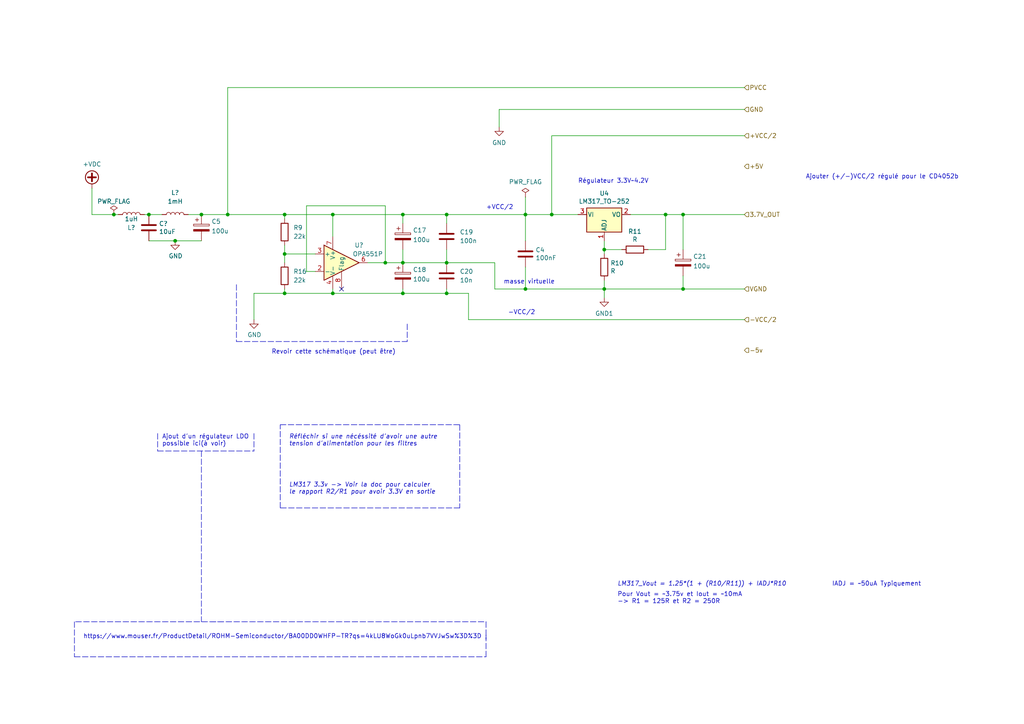
<source format=kicad_sch>
(kicad_sch (version 20211123) (generator eeschema)

  (uuid c8a7af6e-c432-4fa3-91ee-c8bf0c5a9ebe)

  (paper "A4")

  (title_block
    (title "Embedded Speaker")
    (date "2022-01-24")
    (rev "1.0")
    (company "Université Paul Sabatier")
  )

  (lib_symbols
    (symbol "Amplifier_Operational:OPA551P" (pin_names (offset 0.127)) (in_bom yes) (on_board yes)
      (property "Reference" "U" (id 0) (at 5.08 7.62 0)
        (effects (font (size 1.27 1.27)) (justify left))
      )
      (property "Value" "OPA551P" (id 1) (at 5.08 5.08 0)
        (effects (font (size 1.27 1.27)) (justify left))
      )
      (property "Footprint" "Package_DIP:DIP-8_W7.62mm" (id 2) (at 5.08 -5.08 0)
        (effects (font (size 1.27 1.27)) (justify left) hide)
      )
      (property "Datasheet" "http://www.ti.com/lit/ds/symlink/opa551.pdf" (id 3) (at 31.75 -2.54 0)
        (effects (font (size 1.27 1.27)) hide)
      )
      (property "ki_keywords" "single opamp" (id 4) (at 0 0 0)
        (effects (font (size 1.27 1.27)) hide)
      )
      (property "ki_description" "High-Voltage High-Current Operational Amplifier, bandwidth 3MHz, slew-rate 15V/us, DIP-8" (id 5) (at 0 0 0)
        (effects (font (size 1.27 1.27)) hide)
      )
      (property "ki_fp_filters" "DIP*W7.62mm*" (id 6) (at 0 0 0)
        (effects (font (size 1.27 1.27)) hide)
      )
      (symbol "OPA551P_1_1"
        (polyline
          (pts
            (xy -5.08 5.08)
            (xy 5.08 0)
            (xy -5.08 -5.08)
            (xy -5.08 5.08)
          )
          (stroke (width 0.254) (type default) (color 0 0 0 0))
          (fill (type background))
        )
        (pin no_connect line (at 0 2.54 270) (length 3.81) hide
          (name "NC" (effects (font (size 0.508 0.508))))
          (number "1" (effects (font (size 1.27 1.27))))
        )
        (pin input line (at -7.62 -2.54 0) (length 2.54)
          (name "-" (effects (font (size 1.27 1.27))))
          (number "2" (effects (font (size 1.27 1.27))))
        )
        (pin input line (at -7.62 2.54 0) (length 2.54)
          (name "+" (effects (font (size 1.27 1.27))))
          (number "3" (effects (font (size 1.27 1.27))))
        )
        (pin power_in line (at -2.54 -7.62 90) (length 3.81)
          (name "V-" (effects (font (size 1.27 1.27))))
          (number "4" (effects (font (size 1.27 1.27))))
        )
        (pin no_connect line (at 0 -2.54 90) (length 3.81) hide
          (name "NC" (effects (font (size 0.508 0.508))))
          (number "5" (effects (font (size 1.27 1.27))))
        )
        (pin output line (at 7.62 0 180) (length 2.54)
          (name "~" (effects (font (size 1.27 1.27))))
          (number "6" (effects (font (size 1.27 1.27))))
        )
        (pin power_in line (at -2.54 7.62 270) (length 3.81)
          (name "V+" (effects (font (size 1.27 1.27))))
          (number "7" (effects (font (size 1.27 1.27))))
        )
        (pin output line (at 0 -7.62 90) (length 5.08)
          (name "Flag" (effects (font (size 1.27 1.27))))
          (number "8" (effects (font (size 1.27 1.27))))
        )
      )
    )
    (symbol "Device:C" (pin_numbers hide) (pin_names (offset 0.254)) (in_bom yes) (on_board yes)
      (property "Reference" "C" (id 0) (at 0.635 2.54 0)
        (effects (font (size 1.27 1.27)) (justify left))
      )
      (property "Value" "C" (id 1) (at 0.635 -2.54 0)
        (effects (font (size 1.27 1.27)) (justify left))
      )
      (property "Footprint" "" (id 2) (at 0.9652 -3.81 0)
        (effects (font (size 1.27 1.27)) hide)
      )
      (property "Datasheet" "~" (id 3) (at 0 0 0)
        (effects (font (size 1.27 1.27)) hide)
      )
      (property "ki_keywords" "cap capacitor" (id 4) (at 0 0 0)
        (effects (font (size 1.27 1.27)) hide)
      )
      (property "ki_description" "Unpolarized capacitor" (id 5) (at 0 0 0)
        (effects (font (size 1.27 1.27)) hide)
      )
      (property "ki_fp_filters" "C_*" (id 6) (at 0 0 0)
        (effects (font (size 1.27 1.27)) hide)
      )
      (symbol "C_0_1"
        (polyline
          (pts
            (xy -2.032 -0.762)
            (xy 2.032 -0.762)
          )
          (stroke (width 0.508) (type default) (color 0 0 0 0))
          (fill (type none))
        )
        (polyline
          (pts
            (xy -2.032 0.762)
            (xy 2.032 0.762)
          )
          (stroke (width 0.508) (type default) (color 0 0 0 0))
          (fill (type none))
        )
      )
      (symbol "C_1_1"
        (pin passive line (at 0 3.81 270) (length 2.794)
          (name "~" (effects (font (size 1.27 1.27))))
          (number "1" (effects (font (size 1.27 1.27))))
        )
        (pin passive line (at 0 -3.81 90) (length 2.794)
          (name "~" (effects (font (size 1.27 1.27))))
          (number "2" (effects (font (size 1.27 1.27))))
        )
      )
    )
    (symbol "Device:C_Polarized" (pin_numbers hide) (pin_names (offset 0.254)) (in_bom yes) (on_board yes)
      (property "Reference" "C" (id 0) (at 0.635 2.54 0)
        (effects (font (size 1.27 1.27)) (justify left))
      )
      (property "Value" "C_Polarized" (id 1) (at 0.635 -2.54 0)
        (effects (font (size 1.27 1.27)) (justify left))
      )
      (property "Footprint" "" (id 2) (at 0.9652 -3.81 0)
        (effects (font (size 1.27 1.27)) hide)
      )
      (property "Datasheet" "~" (id 3) (at 0 0 0)
        (effects (font (size 1.27 1.27)) hide)
      )
      (property "ki_keywords" "cap capacitor" (id 4) (at 0 0 0)
        (effects (font (size 1.27 1.27)) hide)
      )
      (property "ki_description" "Polarized capacitor" (id 5) (at 0 0 0)
        (effects (font (size 1.27 1.27)) hide)
      )
      (property "ki_fp_filters" "CP_*" (id 6) (at 0 0 0)
        (effects (font (size 1.27 1.27)) hide)
      )
      (symbol "C_Polarized_0_1"
        (rectangle (start -2.286 0.508) (end 2.286 1.016)
          (stroke (width 0) (type default) (color 0 0 0 0))
          (fill (type none))
        )
        (polyline
          (pts
            (xy -1.778 2.286)
            (xy -0.762 2.286)
          )
          (stroke (width 0) (type default) (color 0 0 0 0))
          (fill (type none))
        )
        (polyline
          (pts
            (xy -1.27 2.794)
            (xy -1.27 1.778)
          )
          (stroke (width 0) (type default) (color 0 0 0 0))
          (fill (type none))
        )
        (rectangle (start 2.286 -0.508) (end -2.286 -1.016)
          (stroke (width 0) (type default) (color 0 0 0 0))
          (fill (type outline))
        )
      )
      (symbol "C_Polarized_1_1"
        (pin passive line (at 0 3.81 270) (length 2.794)
          (name "~" (effects (font (size 1.27 1.27))))
          (number "1" (effects (font (size 1.27 1.27))))
        )
        (pin passive line (at 0 -3.81 90) (length 2.794)
          (name "~" (effects (font (size 1.27 1.27))))
          (number "2" (effects (font (size 1.27 1.27))))
        )
      )
    )
    (symbol "Device:L" (pin_numbers hide) (pin_names (offset 1.016) hide) (in_bom yes) (on_board yes)
      (property "Reference" "L" (id 0) (at -1.27 0 90)
        (effects (font (size 1.27 1.27)))
      )
      (property "Value" "L" (id 1) (at 1.905 0 90)
        (effects (font (size 1.27 1.27)))
      )
      (property "Footprint" "" (id 2) (at 0 0 0)
        (effects (font (size 1.27 1.27)) hide)
      )
      (property "Datasheet" "~" (id 3) (at 0 0 0)
        (effects (font (size 1.27 1.27)) hide)
      )
      (property "ki_keywords" "inductor choke coil reactor magnetic" (id 4) (at 0 0 0)
        (effects (font (size 1.27 1.27)) hide)
      )
      (property "ki_description" "Inductor" (id 5) (at 0 0 0)
        (effects (font (size 1.27 1.27)) hide)
      )
      (property "ki_fp_filters" "Choke_* *Coil* Inductor_* L_*" (id 6) (at 0 0 0)
        (effects (font (size 1.27 1.27)) hide)
      )
      (symbol "L_0_1"
        (arc (start 0 -2.54) (mid 0.635 -1.905) (end 0 -1.27)
          (stroke (width 0) (type default) (color 0 0 0 0))
          (fill (type none))
        )
        (arc (start 0 -1.27) (mid 0.635 -0.635) (end 0 0)
          (stroke (width 0) (type default) (color 0 0 0 0))
          (fill (type none))
        )
        (arc (start 0 0) (mid 0.635 0.635) (end 0 1.27)
          (stroke (width 0) (type default) (color 0 0 0 0))
          (fill (type none))
        )
        (arc (start 0 1.27) (mid 0.635 1.905) (end 0 2.54)
          (stroke (width 0) (type default) (color 0 0 0 0))
          (fill (type none))
        )
      )
      (symbol "L_1_1"
        (pin passive line (at 0 3.81 270) (length 1.27)
          (name "1" (effects (font (size 1.27 1.27))))
          (number "1" (effects (font (size 1.27 1.27))))
        )
        (pin passive line (at 0 -3.81 90) (length 1.27)
          (name "2" (effects (font (size 1.27 1.27))))
          (number "2" (effects (font (size 1.27 1.27))))
        )
      )
    )
    (symbol "Device:R" (pin_numbers hide) (pin_names (offset 0)) (in_bom yes) (on_board yes)
      (property "Reference" "R" (id 0) (at 2.032 0 90)
        (effects (font (size 1.27 1.27)))
      )
      (property "Value" "R" (id 1) (at 0 0 90)
        (effects (font (size 1.27 1.27)))
      )
      (property "Footprint" "" (id 2) (at -1.778 0 90)
        (effects (font (size 1.27 1.27)) hide)
      )
      (property "Datasheet" "~" (id 3) (at 0 0 0)
        (effects (font (size 1.27 1.27)) hide)
      )
      (property "ki_keywords" "R res resistor" (id 4) (at 0 0 0)
        (effects (font (size 1.27 1.27)) hide)
      )
      (property "ki_description" "Resistor" (id 5) (at 0 0 0)
        (effects (font (size 1.27 1.27)) hide)
      )
      (property "ki_fp_filters" "R_*" (id 6) (at 0 0 0)
        (effects (font (size 1.27 1.27)) hide)
      )
      (symbol "R_0_1"
        (rectangle (start -1.016 -2.54) (end 1.016 2.54)
          (stroke (width 0.254) (type default) (color 0 0 0 0))
          (fill (type none))
        )
      )
      (symbol "R_1_1"
        (pin passive line (at 0 3.81 270) (length 1.27)
          (name "~" (effects (font (size 1.27 1.27))))
          (number "1" (effects (font (size 1.27 1.27))))
        )
        (pin passive line (at 0 -3.81 90) (length 1.27)
          (name "~" (effects (font (size 1.27 1.27))))
          (number "2" (effects (font (size 1.27 1.27))))
        )
      )
    )
    (symbol "Regulator_Linear:LM317_TO-252" (pin_names (offset 0.254)) (in_bom yes) (on_board yes)
      (property "Reference" "U" (id 0) (at -3.81 3.175 0)
        (effects (font (size 1.27 1.27)))
      )
      (property "Value" "LM317_TO-252" (id 1) (at 0 3.175 0)
        (effects (font (size 1.27 1.27)) (justify left))
      )
      (property "Footprint" "Package_TO_SOT_SMD:TO-252-2" (id 2) (at 0 6.35 0)
        (effects (font (size 1.27 1.27) italic) hide)
      )
      (property "Datasheet" "http://www.ti.com/lit/ds/snvs774n/snvs774n.pdf" (id 3) (at 0 0 0)
        (effects (font (size 1.27 1.27)) hide)
      )
      (property "ki_keywords" "Adjustable Voltage Regulator 1A Positive" (id 4) (at 0 0 0)
        (effects (font (size 1.27 1.27)) hide)
      )
      (property "ki_description" "1.5A 35V Adjustable Linear Regulator, TO-252" (id 5) (at 0 0 0)
        (effects (font (size 1.27 1.27)) hide)
      )
      (property "ki_fp_filters" "TO?252*" (id 6) (at 0 0 0)
        (effects (font (size 1.27 1.27)) hide)
      )
      (symbol "LM317_TO-252_0_1"
        (rectangle (start -5.08 1.905) (end 5.08 -5.08)
          (stroke (width 0.254) (type default) (color 0 0 0 0))
          (fill (type background))
        )
      )
      (symbol "LM317_TO-252_1_1"
        (pin input line (at 0 -7.62 90) (length 2.54)
          (name "ADJ" (effects (font (size 1.27 1.27))))
          (number "1" (effects (font (size 1.27 1.27))))
        )
        (pin power_out line (at 7.62 0 180) (length 2.54)
          (name "VO" (effects (font (size 1.27 1.27))))
          (number "2" (effects (font (size 1.27 1.27))))
        )
        (pin power_in line (at -7.62 0 0) (length 2.54)
          (name "VI" (effects (font (size 1.27 1.27))))
          (number "3" (effects (font (size 1.27 1.27))))
        )
      )
    )
    (symbol "power:+VDC" (power) (pin_names (offset 0)) (in_bom yes) (on_board yes)
      (property "Reference" "#PWR" (id 0) (at 0 -2.54 0)
        (effects (font (size 1.27 1.27)) hide)
      )
      (property "Value" "+VDC" (id 1) (at 0 6.35 0)
        (effects (font (size 1.27 1.27)))
      )
      (property "Footprint" "" (id 2) (at 0 0 0)
        (effects (font (size 1.27 1.27)) hide)
      )
      (property "Datasheet" "" (id 3) (at 0 0 0)
        (effects (font (size 1.27 1.27)) hide)
      )
      (property "ki_keywords" "power-flag" (id 4) (at 0 0 0)
        (effects (font (size 1.27 1.27)) hide)
      )
      (property "ki_description" "Power symbol creates a global label with name \"+VDC\"" (id 5) (at 0 0 0)
        (effects (font (size 1.27 1.27)) hide)
      )
      (symbol "+VDC_0_1"
        (polyline
          (pts
            (xy -1.143 3.175)
            (xy 1.143 3.175)
          )
          (stroke (width 0.508) (type default) (color 0 0 0 0))
          (fill (type none))
        )
        (polyline
          (pts
            (xy 0 0)
            (xy 0 1.27)
          )
          (stroke (width 0) (type default) (color 0 0 0 0))
          (fill (type none))
        )
        (polyline
          (pts
            (xy 0 2.032)
            (xy 0 4.318)
          )
          (stroke (width 0.508) (type default) (color 0 0 0 0))
          (fill (type none))
        )
        (circle (center 0 3.175) (radius 1.905)
          (stroke (width 0.254) (type default) (color 0 0 0 0))
          (fill (type none))
        )
      )
      (symbol "+VDC_1_1"
        (pin power_in line (at 0 0 90) (length 0) hide
          (name "+VDC" (effects (font (size 1.27 1.27))))
          (number "1" (effects (font (size 1.27 1.27))))
        )
      )
    )
    (symbol "power:GND" (power) (pin_names (offset 0)) (in_bom yes) (on_board yes)
      (property "Reference" "#PWR" (id 0) (at 0 -6.35 0)
        (effects (font (size 1.27 1.27)) hide)
      )
      (property "Value" "GND" (id 1) (at 0 -3.81 0)
        (effects (font (size 1.27 1.27)))
      )
      (property "Footprint" "" (id 2) (at 0 0 0)
        (effects (font (size 1.27 1.27)) hide)
      )
      (property "Datasheet" "" (id 3) (at 0 0 0)
        (effects (font (size 1.27 1.27)) hide)
      )
      (property "ki_keywords" "power-flag" (id 4) (at 0 0 0)
        (effects (font (size 1.27 1.27)) hide)
      )
      (property "ki_description" "Power symbol creates a global label with name \"GND\" , ground" (id 5) (at 0 0 0)
        (effects (font (size 1.27 1.27)) hide)
      )
      (symbol "GND_0_1"
        (polyline
          (pts
            (xy 0 0)
            (xy 0 -1.27)
            (xy 1.27 -1.27)
            (xy 0 -2.54)
            (xy -1.27 -1.27)
            (xy 0 -1.27)
          )
          (stroke (width 0) (type default) (color 0 0 0 0))
          (fill (type none))
        )
      )
      (symbol "GND_1_1"
        (pin power_in line (at 0 0 270) (length 0) hide
          (name "GND" (effects (font (size 1.27 1.27))))
          (number "1" (effects (font (size 1.27 1.27))))
        )
      )
    )
    (symbol "power:GND1" (power) (pin_names (offset 0)) (in_bom yes) (on_board yes)
      (property "Reference" "#PWR" (id 0) (at 0 -6.35 0)
        (effects (font (size 1.27 1.27)) hide)
      )
      (property "Value" "GND1" (id 1) (at 0 -3.81 0)
        (effects (font (size 1.27 1.27)))
      )
      (property "Footprint" "" (id 2) (at 0 0 0)
        (effects (font (size 1.27 1.27)) hide)
      )
      (property "Datasheet" "" (id 3) (at 0 0 0)
        (effects (font (size 1.27 1.27)) hide)
      )
      (property "ki_keywords" "power-flag" (id 4) (at 0 0 0)
        (effects (font (size 1.27 1.27)) hide)
      )
      (property "ki_description" "Power symbol creates a global label with name \"GND1\" , ground" (id 5) (at 0 0 0)
        (effects (font (size 1.27 1.27)) hide)
      )
      (symbol "GND1_0_1"
        (polyline
          (pts
            (xy 0 0)
            (xy 0 -1.27)
            (xy 1.27 -1.27)
            (xy 0 -2.54)
            (xy -1.27 -1.27)
            (xy 0 -1.27)
          )
          (stroke (width 0) (type default) (color 0 0 0 0))
          (fill (type none))
        )
      )
      (symbol "GND1_1_1"
        (pin power_in line (at 0 0 270) (length 0) hide
          (name "GND1" (effects (font (size 1.27 1.27))))
          (number "1" (effects (font (size 1.27 1.27))))
        )
      )
    )
    (symbol "power:PWR_FLAG" (power) (pin_numbers hide) (pin_names (offset 0) hide) (in_bom yes) (on_board yes)
      (property "Reference" "#FLG" (id 0) (at 0 1.905 0)
        (effects (font (size 1.27 1.27)) hide)
      )
      (property "Value" "PWR_FLAG" (id 1) (at 0 3.81 0)
        (effects (font (size 1.27 1.27)))
      )
      (property "Footprint" "" (id 2) (at 0 0 0)
        (effects (font (size 1.27 1.27)) hide)
      )
      (property "Datasheet" "~" (id 3) (at 0 0 0)
        (effects (font (size 1.27 1.27)) hide)
      )
      (property "ki_keywords" "power-flag" (id 4) (at 0 0 0)
        (effects (font (size 1.27 1.27)) hide)
      )
      (property "ki_description" "Special symbol for telling ERC where power comes from" (id 5) (at 0 0 0)
        (effects (font (size 1.27 1.27)) hide)
      )
      (symbol "PWR_FLAG_0_0"
        (pin power_out line (at 0 0 90) (length 0)
          (name "pwr" (effects (font (size 1.27 1.27))))
          (number "1" (effects (font (size 1.27 1.27))))
        )
      )
      (symbol "PWR_FLAG_0_1"
        (polyline
          (pts
            (xy 0 0)
            (xy 0 1.27)
            (xy -1.016 1.905)
            (xy 0 2.54)
            (xy 1.016 1.905)
            (xy 0 1.27)
          )
          (stroke (width 0) (type default) (color 0 0 0 0))
          (fill (type none))
        )
      )
    )
  )

  (junction (at 116.84 85.09) (diameter 0) (color 0 0 0 0)
    (uuid 0398adfa-2b7e-4e0f-a6c1-7eb1654ba410)
  )
  (junction (at 33.02 62.23) (diameter 0) (color 0 0 0 0)
    (uuid 08376589-386d-4425-b69d-aef8c1259508)
  )
  (junction (at 50.8 69.85) (diameter 0) (color 0 0 0 0)
    (uuid 0bac75f7-c3c3-497e-ba7f-78f366e52603)
  )
  (junction (at 198.12 83.82) (diameter 0) (color 0 0 0 0)
    (uuid 0cfb7284-5829-4d7b-b9eb-bcbb356ca0a1)
  )
  (junction (at 116.84 76.2) (diameter 0) (color 0 0 0 0)
    (uuid 1705c65e-85a3-4693-8143-b2029aa1b3f8)
  )
  (junction (at 175.26 83.82) (diameter 0) (color 0 0 0 0)
    (uuid 4cafb73d-1ad8-4d24-acf7-63d78095ae46)
  )
  (junction (at 129.54 85.09) (diameter 0) (color 0 0 0 0)
    (uuid 540188e3-3663-4b7e-b428-294ca4524b8f)
  )
  (junction (at 66.04 62.23) (diameter 0) (color 0 0 0 0)
    (uuid 6349601a-3c16-49a3-9c53-44ba3301fa17)
  )
  (junction (at 82.55 85.09) (diameter 0) (color 0 0 0 0)
    (uuid 6476d90a-5bf0-430c-b5d7-994b7053f800)
  )
  (junction (at 111.76 76.2) (diameter 0) (color 0 0 0 0)
    (uuid 6b6178a1-f80d-4c9c-bb20-aba6837e00ca)
  )
  (junction (at 152.4 62.23) (diameter 0) (color 0 0 0 0)
    (uuid 6f580eb1-88cc-489d-a7ca-9efa5e590715)
  )
  (junction (at 175.26 72.39) (diameter 0) (color 0 0 0 0)
    (uuid 713e0777-58b2-4487-baca-60d0ebed27c3)
  )
  (junction (at 129.54 62.23) (diameter 0) (color 0 0 0 0)
    (uuid 77a7e4d2-e7b8-40cf-988f-6a319e4cf290)
  )
  (junction (at 82.55 62.23) (diameter 0) (color 0 0 0 0)
    (uuid 7a94e32d-0994-40d7-90ff-a8949a23d6a9)
  )
  (junction (at 96.52 62.23) (diameter 0) (color 0 0 0 0)
    (uuid 7fff9aa3-f58a-4367-8fbf-e2c850b97009)
  )
  (junction (at 198.12 62.23) (diameter 0) (color 0 0 0 0)
    (uuid 8b64525e-675d-48fe-834e-7d606eb182e3)
  )
  (junction (at 58.42 62.23) (diameter 0) (color 0 0 0 0)
    (uuid 9970a69c-d9b2-4025-a8ff-fc8b89dfb7b8)
  )
  (junction (at 116.84 62.23) (diameter 0) (color 0 0 0 0)
    (uuid 9af22e77-d110-42c8-8bbc-8797bff27b47)
  )
  (junction (at 43.18 62.23) (diameter 0) (color 0 0 0 0)
    (uuid b7e37c79-eadf-4f88-aeb7-8f92dd2654bf)
  )
  (junction (at 82.55 73.66) (diameter 0) (color 0 0 0 0)
    (uuid b8d7577c-c253-48ad-beac-0e54e0a81789)
  )
  (junction (at 129.54 76.2) (diameter 0) (color 0 0 0 0)
    (uuid bf7daa5a-162d-41b0-92af-520042c4e443)
  )
  (junction (at 152.4 83.82) (diameter 0) (color 0 0 0 0)
    (uuid dce723f8-f8d9-4654-a024-a387f779b29f)
  )
  (junction (at 160.02 62.23) (diameter 0) (color 0 0 0 0)
    (uuid f4b48154-85e0-43ba-990c-c42bf7a28b7d)
  )
  (junction (at 96.52 85.09) (diameter 0) (color 0 0 0 0)
    (uuid f6425b8a-4d18-456b-846b-166f8da73af6)
  )
  (junction (at 193.04 62.23) (diameter 0) (color 0 0 0 0)
    (uuid f988d6ea-11c5-4837-b1d1-5c292ded50c6)
  )

  (no_connect (at 99.06 83.82) (uuid b3f8f4e0-e018-4701-9ee4-fc1092a0a74e))

  (wire (pts (xy 175.26 83.82) (xy 175.26 86.36))
    (stroke (width 0) (type default) (color 0 0 0 0))
    (uuid 01a662f7-6cc5-4954-978c-538e90239add)
  )
  (wire (pts (xy 50.8 69.85) (xy 58.42 69.85))
    (stroke (width 0) (type default) (color 0 0 0 0))
    (uuid 05c7b6e3-6292-4cc3-a339-5e63b9d31baf)
  )
  (wire (pts (xy 175.26 69.85) (xy 175.26 72.39))
    (stroke (width 0) (type default) (color 0 0 0 0))
    (uuid 05f2859d-2820-4e84-b395-696011feb13b)
  )
  (wire (pts (xy 116.84 62.23) (xy 116.84 64.77))
    (stroke (width 0) (type default) (color 0 0 0 0))
    (uuid 099186b8-112e-44a2-8e68-577997978b58)
  )
  (wire (pts (xy 73.66 85.09) (xy 82.55 85.09))
    (stroke (width 0) (type default) (color 0 0 0 0))
    (uuid 13ac579e-2dda-406a-b741-9665fc54adaa)
  )
  (wire (pts (xy 26.67 62.23) (xy 33.02 62.23))
    (stroke (width 0) (type default) (color 0 0 0 0))
    (uuid 142dd724-2a9f-4eea-ab21-209b1bc7ec65)
  )
  (wire (pts (xy 129.54 62.23) (xy 129.54 64.77))
    (stroke (width 0) (type default) (color 0 0 0 0))
    (uuid 15580adb-1fac-463d-91e7-e3f7c720bccf)
  )
  (wire (pts (xy 198.12 83.82) (xy 215.9 83.82))
    (stroke (width 0) (type default) (color 0 0 0 0))
    (uuid 1695b83a-bb9c-490f-9745-388f147ea717)
  )
  (polyline (pts (xy 64.77 180.34) (xy 21.59 180.34))
    (stroke (width 0) (type default) (color 0 0 0 0))
    (uuid 20ec6350-74a5-4d42-b316-fcebf33d4f1f)
  )

  (wire (pts (xy 96.52 85.09) (xy 116.84 85.09))
    (stroke (width 0) (type default) (color 0 0 0 0))
    (uuid 215ebf72-a00d-41e4-96a1-09e4188ab037)
  )
  (wire (pts (xy 182.88 62.23) (xy 193.04 62.23))
    (stroke (width 0) (type default) (color 0 0 0 0))
    (uuid 25bc3602-3fb4-4a04-94e3-21ba22562c24)
  )
  (wire (pts (xy 152.4 77.47) (xy 152.4 83.82))
    (stroke (width 0) (type default) (color 0 0 0 0))
    (uuid 283c990c-ae5a-4e41-a3ad-b40ca29fe90e)
  )
  (wire (pts (xy 193.04 62.23) (xy 198.12 62.23))
    (stroke (width 0) (type default) (color 0 0 0 0))
    (uuid 2de8e2cb-750f-4529-88d5-48baffb197c0)
  )
  (polyline (pts (xy 133.35 123.19) (xy 133.35 147.32))
    (stroke (width 0) (type default) (color 0 0 0 0))
    (uuid 2f291a4b-4ecb-4692-9ad2-324f9784c0d4)
  )

  (wire (pts (xy 152.4 62.23) (xy 152.4 69.85))
    (stroke (width 0) (type default) (color 0 0 0 0))
    (uuid 38cfe839-c630-43d3-a9ec-6a89ba9e318a)
  )
  (wire (pts (xy 73.66 85.09) (xy 73.66 92.71))
    (stroke (width 0) (type default) (color 0 0 0 0))
    (uuid 391be5d6-f9a7-437d-8753-db2096fe48d5)
  )
  (polyline (pts (xy 81.28 123.19) (xy 133.35 123.19))
    (stroke (width 0) (type default) (color 0 0 0 0))
    (uuid 3a70978e-dcc2-4620-a99c-514362812927)
  )

  (wire (pts (xy 82.55 73.66) (xy 91.44 73.66))
    (stroke (width 0) (type default) (color 0 0 0 0))
    (uuid 3b059add-6b7c-49b5-9539-7e20b918548e)
  )
  (wire (pts (xy 116.84 85.09) (xy 129.54 85.09))
    (stroke (width 0) (type default) (color 0 0 0 0))
    (uuid 3e7976ab-08d5-4f94-96bb-1aa9d813b132)
  )
  (polyline (pts (xy 140.97 180.34) (xy 140.97 185.42))
    (stroke (width 0) (type default) (color 0 0 0 0))
    (uuid 45da367c-fc2c-42ee-903c-c1df37d60691)
  )

  (wire (pts (xy 152.4 83.82) (xy 175.26 83.82))
    (stroke (width 0) (type default) (color 0 0 0 0))
    (uuid 49575217-40b0-4890-8acf-12982cca52b5)
  )
  (wire (pts (xy 160.02 39.37) (xy 215.9 39.37))
    (stroke (width 0) (type default) (color 0 0 0 0))
    (uuid 4b866b70-d113-4a69-976c-f8bad49b0093)
  )
  (wire (pts (xy 129.54 83.82) (xy 129.54 85.09))
    (stroke (width 0) (type default) (color 0 0 0 0))
    (uuid 5583dae8-255c-46f4-be95-ad3d4a26b537)
  )
  (wire (pts (xy 135.89 92.71) (xy 215.9 92.71))
    (stroke (width 0) (type default) (color 0 0 0 0))
    (uuid 563b5ef5-ea48-4167-9c56-a37dfe4cd81e)
  )
  (wire (pts (xy 175.26 72.39) (xy 175.26 73.66))
    (stroke (width 0) (type default) (color 0 0 0 0))
    (uuid 576f00e6-a1be-45d3-9b93-e26d9e0fe306)
  )
  (wire (pts (xy 26.67 54.61) (xy 26.67 62.23))
    (stroke (width 0) (type default) (color 0 0 0 0))
    (uuid 5889287d-b845-4684-b23e-663811b25d27)
  )
  (wire (pts (xy 43.18 62.23) (xy 46.99 62.23))
    (stroke (width 0) (type default) (color 0 0 0 0))
    (uuid 59f150de-2f6c-48c6-9cf5-b92bbea52b2b)
  )
  (polyline (pts (xy 60.96 180.34) (xy 140.97 180.34))
    (stroke (width 0) (type default) (color 0 0 0 0))
    (uuid 5c470add-b449-455e-95fc-baae46d35c85)
  )

  (wire (pts (xy 96.52 62.23) (xy 116.84 62.23))
    (stroke (width 0) (type default) (color 0 0 0 0))
    (uuid 5ce5b489-dec9-4420-9570-880d57649895)
  )
  (wire (pts (xy 215.9 31.75) (xy 144.78 31.75))
    (stroke (width 0) (type default) (color 0 0 0 0))
    (uuid 5d80120c-9f6a-4425-9f06-4adb465fe37f)
  )
  (polyline (pts (xy 81.28 147.32) (xy 81.28 123.19))
    (stroke (width 0) (type default) (color 0 0 0 0))
    (uuid 62a1f3d4-027d-4ecf-a37a-6fcf4263e9d2)
  )

  (wire (pts (xy 116.84 72.39) (xy 116.84 76.2))
    (stroke (width 0) (type default) (color 0 0 0 0))
    (uuid 635c604b-b3ea-4f83-91fd-89f3c915bfc5)
  )
  (wire (pts (xy 143.51 76.2) (xy 143.51 83.82))
    (stroke (width 0) (type default) (color 0 0 0 0))
    (uuid 67bd47e8-af67-472b-b645-49bed30d5f1a)
  )
  (wire (pts (xy 88.9 78.74) (xy 88.9 59.69))
    (stroke (width 0) (type default) (color 0 0 0 0))
    (uuid 6cb264e9-a49e-4c5d-aadc-5b921358cbbb)
  )
  (wire (pts (xy 82.55 85.09) (xy 96.52 85.09))
    (stroke (width 0) (type default) (color 0 0 0 0))
    (uuid 6da82694-d845-4976-97a5-dbe30f8c7060)
  )
  (wire (pts (xy 193.04 62.23) (xy 193.04 72.39))
    (stroke (width 0) (type default) (color 0 0 0 0))
    (uuid 7760a75a-d74b-4185-b34e-cbc7b2c339b6)
  )
  (wire (pts (xy 66.04 25.4) (xy 215.9 25.4))
    (stroke (width 0) (type default) (color 0 0 0 0))
    (uuid 7b42ce6c-d5ae-4a46-aa4b-4b7ce96440e2)
  )
  (polyline (pts (xy 21.59 180.34) (xy 21.59 190.5))
    (stroke (width 0) (type default) (color 0 0 0 0))
    (uuid 7bcd2b39-3ed2-4d2c-8455-de5fcab07493)
  )

  (wire (pts (xy 43.18 69.85) (xy 50.8 69.85))
    (stroke (width 0) (type default) (color 0 0 0 0))
    (uuid 7ed7459d-0a49-4167-8a7b-99f2bd32ca9e)
  )
  (wire (pts (xy 129.54 72.39) (xy 129.54 76.2))
    (stroke (width 0) (type default) (color 0 0 0 0))
    (uuid 8a90fbec-b88d-48de-b94a-f1e5c510a475)
  )
  (wire (pts (xy 116.84 76.2) (xy 129.54 76.2))
    (stroke (width 0) (type default) (color 0 0 0 0))
    (uuid 8ad172fc-b044-433e-857a-cf95bbf92f0b)
  )
  (wire (pts (xy 152.4 62.23) (xy 160.02 62.23))
    (stroke (width 0) (type default) (color 0 0 0 0))
    (uuid 90e761f6-1432-4f73-ad28-fa8869b7ec31)
  )
  (wire (pts (xy 198.12 80.01) (xy 198.12 83.82))
    (stroke (width 0) (type default) (color 0 0 0 0))
    (uuid 92b600bd-01b0-4449-bdec-eb320953adfd)
  )
  (wire (pts (xy 54.61 62.23) (xy 58.42 62.23))
    (stroke (width 0) (type default) (color 0 0 0 0))
    (uuid 9491b4b5-ec13-42b1-a0d9-da2477c05b88)
  )
  (wire (pts (xy 82.55 73.66) (xy 82.55 76.2))
    (stroke (width 0) (type default) (color 0 0 0 0))
    (uuid 9508b92f-9219-4ad7-bace-a1fdfaf4ddcf)
  )
  (wire (pts (xy 33.02 62.23) (xy 34.29 62.23))
    (stroke (width 0) (type default) (color 0 0 0 0))
    (uuid 950bbccf-c1e4-402e-9bbb-66c778b274ac)
  )
  (polyline (pts (xy 68.58 99.06) (xy 118.11 99.06))
    (stroke (width 0) (type default) (color 0 0 0 0))
    (uuid 99444142-15c5-4f75-8639-1c1beee3448f)
  )
  (polyline (pts (xy 68.58 82.55) (xy 68.58 99.06))
    (stroke (width 0) (type default) (color 0 0 0 0))
    (uuid 9a225cc1-c91e-4dcf-ab9a-b71763191a23)
  )

  (wire (pts (xy 198.12 62.23) (xy 198.12 72.39))
    (stroke (width 0) (type default) (color 0 0 0 0))
    (uuid 9a6ab00a-4915-4f3e-942f-761b09872944)
  )
  (polyline (pts (xy 45.72 130.81) (xy 73.66 130.81))
    (stroke (width 0) (type default) (color 0 0 0 0))
    (uuid 9d5e7df5-7472-4dc8-a9fc-73987a422b16)
  )

  (wire (pts (xy 96.52 62.23) (xy 96.52 68.58))
    (stroke (width 0) (type default) (color 0 0 0 0))
    (uuid a186b065-16b3-44eb-aa44-0bc66a76d8c8)
  )
  (wire (pts (xy 58.42 62.23) (xy 66.04 62.23))
    (stroke (width 0) (type default) (color 0 0 0 0))
    (uuid a232be96-c4f5-412f-a0c1-69ef2e4eac38)
  )
  (wire (pts (xy 180.34 72.39) (xy 175.26 72.39))
    (stroke (width 0) (type default) (color 0 0 0 0))
    (uuid a8fb8ee0-623f-4870-a716-ecc88f37ef9a)
  )
  (polyline (pts (xy 58.42 130.81) (xy 58.42 180.34))
    (stroke (width 0) (type default) (color 0 0 0 0))
    (uuid ab61370c-683a-4ecc-ba05-9adc36d4d8da)
  )
  (polyline (pts (xy 140.97 190.5) (xy 140.97 184.15))
    (stroke (width 0) (type default) (color 0 0 0 0))
    (uuid b0435ce7-bdba-4ce7-b15a-4c85a5fe1252)
  )

  (wire (pts (xy 106.68 76.2) (xy 111.76 76.2))
    (stroke (width 0) (type default) (color 0 0 0 0))
    (uuid b1aebc9e-8a6a-4f13-b6ae-186847ec09a9)
  )
  (wire (pts (xy 66.04 25.4) (xy 66.04 62.23))
    (stroke (width 0) (type default) (color 0 0 0 0))
    (uuid be6a6f8e-2468-43ad-932e-64c75b21a91f)
  )
  (polyline (pts (xy 73.66 125.73) (xy 73.66 130.81))
    (stroke (width 0) (type default) (color 0 0 0 0))
    (uuid bf1f6226-2275-4b86-9c1d-d63e3a6430dd)
  )
  (polyline (pts (xy 118.11 93.98) (xy 118.11 99.06))
    (stroke (width 0) (type default) (color 0 0 0 0))
    (uuid bff249f5-56da-4c30-8d9b-621911dcbbfb)
  )

  (wire (pts (xy 82.55 62.23) (xy 82.55 63.5))
    (stroke (width 0) (type default) (color 0 0 0 0))
    (uuid c0988c3d-45d4-4e5e-86db-5e6f725cee11)
  )
  (wire (pts (xy 193.04 72.39) (xy 187.96 72.39))
    (stroke (width 0) (type default) (color 0 0 0 0))
    (uuid c1bac86f-cbf6-4c5b-b60d-c26fa73d9c09)
  )
  (wire (pts (xy 88.9 78.74) (xy 91.44 78.74))
    (stroke (width 0) (type default) (color 0 0 0 0))
    (uuid c2c8ebac-895e-4ef2-a729-a7f25897c566)
  )
  (wire (pts (xy 160.02 62.23) (xy 160.02 39.37))
    (stroke (width 0) (type default) (color 0 0 0 0))
    (uuid c696ed1e-2010-43d2-a57b-e5ad7a369c9c)
  )
  (wire (pts (xy 111.76 59.69) (xy 111.76 76.2))
    (stroke (width 0) (type default) (color 0 0 0 0))
    (uuid c6f643d0-65aa-4f21-9c8f-6891818a6c6e)
  )
  (wire (pts (xy 82.55 62.23) (xy 96.52 62.23))
    (stroke (width 0) (type default) (color 0 0 0 0))
    (uuid ce1d3053-c8e0-42c8-a8b0-875f1b344b12)
  )
  (wire (pts (xy 175.26 83.82) (xy 198.12 83.82))
    (stroke (width 0) (type default) (color 0 0 0 0))
    (uuid cf0bbd0d-22ee-4ea7-9877-80945221f044)
  )
  (wire (pts (xy 143.51 83.82) (xy 152.4 83.82))
    (stroke (width 0) (type default) (color 0 0 0 0))
    (uuid cfff070d-6c02-4e8d-9722-97d4d17ad1e8)
  )
  (wire (pts (xy 129.54 85.09) (xy 135.89 85.09))
    (stroke (width 0) (type default) (color 0 0 0 0))
    (uuid d1c0da87-8627-405b-a7e6-6e5875177125)
  )
  (wire (pts (xy 111.76 76.2) (xy 116.84 76.2))
    (stroke (width 0) (type default) (color 0 0 0 0))
    (uuid d337ad34-ab8c-4047-8463-c1350341905e)
  )
  (wire (pts (xy 152.4 57.15) (xy 152.4 62.23))
    (stroke (width 0) (type default) (color 0 0 0 0))
    (uuid d5685ba3-4617-4a5f-8d6a-9a35fa4e9c1e)
  )
  (wire (pts (xy 160.02 62.23) (xy 167.64 62.23))
    (stroke (width 0) (type default) (color 0 0 0 0))
    (uuid d9f0f9aa-dcf2-41bc-9a83-1e2a14e5d850)
  )
  (wire (pts (xy 116.84 62.23) (xy 129.54 62.23))
    (stroke (width 0) (type default) (color 0 0 0 0))
    (uuid da2176d7-c304-401f-b9b9-0df0af01a664)
  )
  (polyline (pts (xy 45.72 125.73) (xy 45.72 130.81))
    (stroke (width 0) (type default) (color 0 0 0 0))
    (uuid dc503621-5c1c-4419-bb7d-74fb82b8d8c5)
  )

  (wire (pts (xy 82.55 71.12) (xy 82.55 73.66))
    (stroke (width 0) (type default) (color 0 0 0 0))
    (uuid dca8cdb9-cb88-4b82-952f-47a8ccd40ea8)
  )
  (wire (pts (xy 82.55 83.82) (xy 82.55 85.09))
    (stroke (width 0) (type default) (color 0 0 0 0))
    (uuid ddc6cba1-168a-4485-aea2-4e55652896de)
  )
  (wire (pts (xy 66.04 62.23) (xy 82.55 62.23))
    (stroke (width 0) (type default) (color 0 0 0 0))
    (uuid e00859b8-20fb-47f3-80aa-68a67bfcd82a)
  )
  (wire (pts (xy 144.78 31.75) (xy 144.78 36.83))
    (stroke (width 0) (type default) (color 0 0 0 0))
    (uuid e017b609-ff57-4e1e-a5a1-9eb786148a2e)
  )
  (wire (pts (xy 135.89 85.09) (xy 135.89 92.71))
    (stroke (width 0) (type default) (color 0 0 0 0))
    (uuid e2ee01c8-e6cf-49c9-bbff-46b195a39dc0)
  )
  (wire (pts (xy 198.12 62.23) (xy 215.9 62.23))
    (stroke (width 0) (type default) (color 0 0 0 0))
    (uuid e488798d-e32d-4020-9cba-958250c5ad71)
  )
  (wire (pts (xy 129.54 62.23) (xy 152.4 62.23))
    (stroke (width 0) (type default) (color 0 0 0 0))
    (uuid eb2e0d38-c5d6-4cc6-98e6-b5a864e70bed)
  )
  (wire (pts (xy 88.9 59.69) (xy 111.76 59.69))
    (stroke (width 0) (type default) (color 0 0 0 0))
    (uuid ec9d277a-2539-4943-a8e3-0f84fe9a0760)
  )
  (wire (pts (xy 116.84 83.82) (xy 116.84 85.09))
    (stroke (width 0) (type default) (color 0 0 0 0))
    (uuid eee67724-fadf-49a1-b666-39e49837d84b)
  )
  (wire (pts (xy 96.52 85.09) (xy 96.52 83.82))
    (stroke (width 0) (type default) (color 0 0 0 0))
    (uuid f148abff-2118-4660-a525-1dd092e0a933)
  )
  (wire (pts (xy 175.26 81.28) (xy 175.26 83.82))
    (stroke (width 0) (type default) (color 0 0 0 0))
    (uuid f19c9655-8ddb-411a-96dd-bd986870c3c6)
  )
  (wire (pts (xy 129.54 76.2) (xy 143.51 76.2))
    (stroke (width 0) (type default) (color 0 0 0 0))
    (uuid f4219519-e74f-413c-a5f2-e3c4d31af55c)
  )
  (polyline (pts (xy 133.35 147.32) (xy 81.28 147.32))
    (stroke (width 0) (type default) (color 0 0 0 0))
    (uuid f447e585-df78-4239-b8cb-4653b3837bb1)
  )
  (polyline (pts (xy 21.59 190.5) (xy 140.97 190.5))
    (stroke (width 0) (type default) (color 0 0 0 0))
    (uuid fc83cf23-e446-4a86-a627-d51de5b41357)
  )

  (wire (pts (xy 41.91 62.23) (xy 43.18 62.23))
    (stroke (width 0) (type default) (color 0 0 0 0))
    (uuid fe3a2042-9c10-40b5-a78c-d999b44a5071)
  )

  (text "Réfléchir si une nécéssité d'avoir une autre \ntension d'alimentation pour les filtres"
    (at 83.82 129.54 0)
    (effects (font (size 1.27 1.27) italic) (justify left bottom))
    (uuid 319639ae-c2c5-486d-93b1-d03bb1b64252)
  )
  (text "Régulateur 3.3V~4.2V" (at 167.64 53.34 0)
    (effects (font (size 1.27 1.27)) (justify left bottom))
    (uuid 4e4bcf7a-0143-4c40-b6d5-b66ffc091179)
  )
  (text "Pour Vout = ~3.75v et Iout = ~10mA\n-> R1 = 125R et R2 = 250R"
    (at 179.07 175.26 0)
    (effects (font (size 1.27 1.27)) (justify left bottom))
    (uuid 573ffed5-e262-47f5-aa62-141acd81c2b9)
  )
  (text "Revoir cette schématique (peut être)\n" (at 78.74 102.87 0)
    (effects (font (size 1.27 1.27)) (justify left bottom))
    (uuid 5d364c07-5deb-41b9-bdd1-ecf9cbfd9d11)
  )
  (text "masse virtuelle" (at 146.05 82.55 0)
    (effects (font (size 1.27 1.27)) (justify left bottom))
    (uuid 706665ee-c3d8-4e49-97e5-b7dd4876ae50)
  )
  (text "Ajout d'un régulateur LDO\npossible ici(à voir)" (at 46.99 129.54 0)
    (effects (font (size 1.27 1.27)) (justify left bottom))
    (uuid 71b2b3a7-39d1-4dbe-947d-6148859578c6)
  )
  (text "IADJ = ~50uA Typiquement" (at 241.3 170.18 0)
    (effects (font (size 1.27 1.27)) (justify left bottom))
    (uuid 7ac31df9-09bc-4110-9b24-746d98cdb45d)
  )
  (text "-VCC/2" (at 147.32 91.44 0)
    (effects (font (size 1.27 1.27)) (justify left bottom))
    (uuid 9b5db447-c789-4791-94b9-7d5c0402b9c8)
  )
  (text "LM317 3.3v -> Voir la doc pour calculer \nle rapport R2/R1 pour avoir 3.3V en sortie"
    (at 83.82 143.51 0)
    (effects (font (size 1.27 1.27) italic) (justify left bottom))
    (uuid a5c8e189-1ddc-4a66-984b-e0fd1529d346)
  )
  (text "Ajouter (+/-)VCC/2 régulé pour le CD4052b\n" (at 233.68 52.07 0)
    (effects (font (size 1.27 1.27)) (justify left bottom))
    (uuid b778c92e-6ed3-442f-80a0-53fc26fd8894)
  )
  (text "https://www.mouser.fr/ProductDetail/ROHM-Semiconductor/BA00DD0WHFP-TR?qs=4kLU8WoGk0uLpnb7VVJwSw%3D%3D"
    (at 24.13 185.42 0)
    (effects (font (size 1.27 1.27)) (justify left bottom))
    (uuid ee19307b-ab88-4d6f-9dfb-4149660b5a08)
  )
  (text "+VCC/2" (at 140.97 60.96 0)
    (effects (font (size 1.27 1.27)) (justify left bottom))
    (uuid f37e60ed-cb16-4f30-8b91-2e2c2f5093cf)
  )
  (text "LM317_Vout = 1.25*(1 + (R10/R11)) + IADJ*R10" (at 179.07 170.18 0)
    (effects (font (size 1.27 1.27) italic) (justify left bottom))
    (uuid fc4ad874-c922-4070-89f9-7262080469d8)
  )

  (hierarchical_label "VGND" (shape input) (at 215.9 83.82 0)
    (effects (font (size 1.27 1.27)) (justify left))
    (uuid 24c018b4-9fcb-4aaa-8cfd-c60d5bb96393)
  )
  (hierarchical_label "-VCC{slash}2" (shape input) (at 215.9 92.71 0)
    (effects (font (size 1.27 1.27)) (justify left))
    (uuid 2ad8a28d-9363-468b-8bd8-1a70c8127abb)
  )
  (hierarchical_label "+5V" (shape input) (at 215.9 48.26 0)
    (effects (font (size 1.27 1.27)) (justify left))
    (uuid 484b5dcd-a371-4568-b6e2-0bf747f30fdf)
  )
  (hierarchical_label "3.7V_OUT" (shape input) (at 215.9 62.23 0)
    (effects (font (size 1.27 1.27)) (justify left))
    (uuid 591202b2-3c38-45ff-b77c-22670522e0a0)
  )
  (hierarchical_label "-5v" (shape input) (at 215.9 101.6 0)
    (effects (font (size 1.27 1.27)) (justify left))
    (uuid 717accb6-558e-48c6-acc6-f805ed2c4214)
  )
  (hierarchical_label "+VCC{slash}2" (shape input) (at 215.9 39.37 0)
    (effects (font (size 1.27 1.27)) (justify left))
    (uuid bd800327-9059-4b5d-8851-588e3e652a60)
  )
  (hierarchical_label "GND" (shape input) (at 215.9 31.75 0)
    (effects (font (size 1.27 1.27)) (justify left))
    (uuid c47b00ca-502c-4f8c-a88f-aef1f2efd101)
  )
  (hierarchical_label "PVCC" (shape input) (at 215.9 25.4 0)
    (effects (font (size 1.27 1.27)) (justify left))
    (uuid ff89eeb8-8513-4cfc-b82e-0303d3df4237)
  )

  (symbol (lib_id "Regulator_Linear:LM317_TO-252") (at 175.26 62.23 0) (unit 1)
    (in_bom yes) (on_board yes)
    (uuid 00000000-0000-0000-0000-000061f853da)
    (property "Reference" "U4" (id 0) (at 175.26 56.0832 0))
    (property "Value" "LM317_TO-252" (id 1) (at 175.26 58.3946 0))
    (property "Footprint" "Package_TO_SOT_SMD:TO-252-2" (id 2) (at 175.26 55.88 0)
      (effects (font (size 1.27 1.27) italic) hide)
    )
    (property "Datasheet" "http://www.ti.com/lit/ds/snvs774n/snvs774n.pdf" (id 3) (at 175.26 62.23 0)
      (effects (font (size 1.27 1.27)) hide)
    )
    (pin "1" (uuid b3701ac3-1c2d-48c1-a5cd-5c0e57fe0c41))
    (pin "2" (uuid ecb4e8de-69fa-4df4-b2e9-225fc8346eca))
    (pin "3" (uuid 8cd7c344-2150-4a74-b529-83166c3e42e5))
  )

  (symbol (lib_id "power:+VDC") (at 26.67 54.61 0) (unit 1)
    (in_bom yes) (on_board yes)
    (uuid 00000000-0000-0000-0000-000061f85a54)
    (property "Reference" "#PWR0115" (id 0) (at 26.67 57.15 0)
      (effects (font (size 1.27 1.27)) hide)
    )
    (property "Value" "+VDC" (id 1) (at 26.67 47.625 0))
    (property "Footprint" "" (id 2) (at 26.67 54.61 0)
      (effects (font (size 1.27 1.27)) hide)
    )
    (property "Datasheet" "" (id 3) (at 26.67 54.61 0)
      (effects (font (size 1.27 1.27)) hide)
    )
    (pin "1" (uuid 13886cbb-ef96-4408-b70f-e18bc2b92c73))
  )

  (symbol (lib_id "power:GND") (at 73.66 92.71 0) (unit 1)
    (in_bom yes) (on_board yes)
    (uuid 00000000-0000-0000-0000-000061f8655e)
    (property "Reference" "#PWR0114" (id 0) (at 73.66 99.06 0)
      (effects (font (size 1.27 1.27)) hide)
    )
    (property "Value" "GND" (id 1) (at 73.787 97.1042 0))
    (property "Footprint" "" (id 2) (at 73.66 92.71 0)
      (effects (font (size 1.27 1.27)) hide)
    )
    (property "Datasheet" "" (id 3) (at 73.66 92.71 0)
      (effects (font (size 1.27 1.27)) hide)
    )
    (pin "1" (uuid 684b418c-172c-475b-8440-7927968ec5b4))
  )

  (symbol (lib_id "Device:R") (at 175.26 77.47 0) (unit 1)
    (in_bom yes) (on_board yes)
    (uuid 00000000-0000-0000-0000-000061f86e5f)
    (property "Reference" "R10" (id 0) (at 177.038 76.3016 0)
      (effects (font (size 1.27 1.27)) (justify left))
    )
    (property "Value" "250" (id 1) (at 177.038 78.613 0)
      (effects (font (size 1.27 1.27)) (justify left))
    )
    (property "Footprint" "" (id 2) (at 173.482 77.47 90)
      (effects (font (size 1.27 1.27)) hide)
    )
    (property "Datasheet" "~" (id 3) (at 175.26 77.47 0)
      (effects (font (size 1.27 1.27)) hide)
    )
    (pin "1" (uuid 77f225a6-84b5-4731-8d69-b569888ed7e8))
    (pin "2" (uuid 99b7cb1d-d0d9-415c-9b34-b19e737b07ad))
  )

  (symbol (lib_id "Device:R") (at 184.15 72.39 270) (unit 1)
    (in_bom yes) (on_board yes)
    (uuid 00000000-0000-0000-0000-000061f8726a)
    (property "Reference" "R11" (id 0) (at 184.15 67.1322 90))
    (property "Value" "125" (id 1) (at 184.15 69.4436 90))
    (property "Footprint" "" (id 2) (at 184.15 70.612 90)
      (effects (font (size 1.27 1.27)) hide)
    )
    (property "Datasheet" "~" (id 3) (at 184.15 72.39 0)
      (effects (font (size 1.27 1.27)) hide)
    )
    (pin "1" (uuid d81ddeec-f298-4fd7-9726-89a21de6257c))
    (pin "2" (uuid 2887c778-e5af-4d06-a928-2d83cf843512))
  )

  (symbol (lib_id "Device:C") (at 152.4 73.66 0) (unit 1)
    (in_bom yes) (on_board yes)
    (uuid 00000000-0000-0000-0000-000061f881d1)
    (property "Reference" "C4" (id 0) (at 155.321 72.4916 0)
      (effects (font (size 1.27 1.27)) (justify left))
    )
    (property "Value" "1uF" (id 1) (at 155.321 74.803 0)
      (effects (font (size 1.27 1.27)) (justify left))
    )
    (property "Footprint" "" (id 2) (at 153.3652 77.47 0)
      (effects (font (size 1.27 1.27)) hide)
    )
    (property "Datasheet" "~" (id 3) (at 152.4 73.66 0)
      (effects (font (size 1.27 1.27)) hide)
    )
    (pin "1" (uuid 4b11d2da-3e9e-4c0c-8422-e37bc14e9928))
    (pin "2" (uuid de5a2861-d0e3-498e-8cad-067889035d95))
  )

  (symbol (lib_id "Device:C") (at 129.54 68.58 0) (unit 1)
    (in_bom yes) (on_board yes) (fields_autoplaced)
    (uuid 0079472d-614e-4bdb-a0b5-7bee54f2c5b9)
    (property "Reference" "C19" (id 0) (at 133.35 67.3099 0)
      (effects (font (size 1.27 1.27)) (justify left))
    )
    (property "Value" "100n" (id 1) (at 133.35 69.8499 0)
      (effects (font (size 1.27 1.27)) (justify left))
    )
    (property "Footprint" "" (id 2) (at 130.5052 72.39 0)
      (effects (font (size 1.27 1.27)) hide)
    )
    (property "Datasheet" "~" (id 3) (at 129.54 68.58 0)
      (effects (font (size 1.27 1.27)) hide)
    )
    (pin "1" (uuid 532692a2-1f07-4b6c-ab28-23b5aab96d1c))
    (pin "2" (uuid 8906284b-13a0-4ee0-99af-42c5cb15b520))
  )

  (symbol (lib_id "Device:L") (at 50.8 62.23 270) (mirror x) (unit 1)
    (in_bom yes) (on_board yes) (fields_autoplaced)
    (uuid 0580c60e-ede0-42ca-a39a-b318185c8b13)
    (property "Reference" "L2" (id 0) (at 50.8 55.88 90))
    (property "Value" "1mH" (id 1) (at 50.8 58.42 90))
    (property "Footprint" "" (id 2) (at 50.8 62.23 0)
      (effects (font (size 1.27 1.27)) hide)
    )
    (property "Datasheet" "~" (id 3) (at 50.8 62.23 0)
      (effects (font (size 1.27 1.27)) hide)
    )
    (pin "1" (uuid b2ced79f-43a5-40f0-b516-872c5deb9b98))
    (pin "2" (uuid 47d62a86-4f7e-4b36-9499-4ccbafb56915))
  )

  (symbol (lib_id "Amplifier_Operational:OPA551P") (at 99.06 76.2 0) (unit 1)
    (in_bom yes) (on_board yes)
    (uuid 10df5a3b-5f9f-486b-b03f-16dfd5ab6d31)
    (property "Reference" "U?" (id 0) (at 104.14 71.12 0))
    (property "Value" "OPA551P" (id 1) (at 106.68 73.66 0))
    (property "Footprint" "Package_DIP:DIP-8_W7.62mm" (id 2) (at 104.14 81.28 0)
      (effects (font (size 1.27 1.27)) (justify left) hide)
    )
    (property "Datasheet" "http://www.ti.com/lit/ds/symlink/opa551.pdf" (id 3) (at 130.81 78.74 0)
      (effects (font (size 1.27 1.27)) hide)
    )
    (pin "1" (uuid 2f01dcfe-6b8a-4547-bc10-77322b943924))
    (pin "2" (uuid 02b59e3b-0b48-42a3-b20f-cf55afc4a498))
    (pin "3" (uuid e77b9723-376d-4560-be0d-26563be50d83))
    (pin "4" (uuid c4f3ee90-5c8e-4b82-9da9-0376d9763529))
    (pin "5" (uuid 684e3ce4-c618-4e88-b5d6-0d1ed8811c2a))
    (pin "6" (uuid 579e2e1b-a36a-4e8d-bded-52641f77f452))
    (pin "7" (uuid 2bc25db2-f44e-42f0-9b80-76e31e41df78))
    (pin "8" (uuid 6105d40b-7881-487a-b226-cc4a8d723fd7))
  )

  (symbol (lib_id "power:GND") (at 50.8 69.85 0) (unit 1)
    (in_bom yes) (on_board yes)
    (uuid 1d104f75-eea6-4576-9a63-1904fba38872)
    (property "Reference" "#PWR0107" (id 0) (at 50.8 76.2 0)
      (effects (font (size 1.27 1.27)) hide)
    )
    (property "Value" "GND" (id 1) (at 50.927 74.2442 0))
    (property "Footprint" "" (id 2) (at 50.8 69.85 0)
      (effects (font (size 1.27 1.27)) hide)
    )
    (property "Datasheet" "" (id 3) (at 50.8 69.85 0)
      (effects (font (size 1.27 1.27)) hide)
    )
    (pin "1" (uuid 00564254-7bf9-464c-aa79-0ad190a75194))
  )

  (symbol (lib_id "Device:C_Polarized") (at 116.84 68.58 0) (unit 1)
    (in_bom yes) (on_board yes) (fields_autoplaced)
    (uuid 4e908445-46b1-4b61-a237-a5d91569c417)
    (property "Reference" "C17" (id 0) (at 119.761 66.7825 0)
      (effects (font (size 1.27 1.27)) (justify left))
    )
    (property "Value" "100u" (id 1) (at 119.761 69.5576 0)
      (effects (font (size 1.27 1.27)) (justify left))
    )
    (property "Footprint" "" (id 2) (at 117.8052 72.39 0)
      (effects (font (size 1.27 1.27)) hide)
    )
    (property "Datasheet" "~" (id 3) (at 116.84 68.58 0)
      (effects (font (size 1.27 1.27)) hide)
    )
    (pin "1" (uuid b8fc105b-b4e0-410a-89d2-0ed368f0d4b7))
    (pin "2" (uuid ff9958ad-fdc6-457d-b5ab-bfe7e7e92b78))
  )

  (symbol (lib_id "power:PWR_FLAG") (at 152.4 57.15 0) (unit 1)
    (in_bom yes) (on_board yes)
    (uuid 548b43d5-4c9e-4e72-a4b0-54ee872cf789)
    (property "Reference" "#FLG0106" (id 0) (at 152.4 55.245 0)
      (effects (font (size 1.27 1.27)) hide)
    )
    (property "Value" "PWR_FLAG" (id 1) (at 152.4 52.7558 0))
    (property "Footprint" "" (id 2) (at 152.4 57.15 0)
      (effects (font (size 1.27 1.27)) hide)
    )
    (property "Datasheet" "~" (id 3) (at 152.4 57.15 0)
      (effects (font (size 1.27 1.27)) hide)
    )
    (pin "1" (uuid 60550475-1dda-44b0-86b2-7b0e79081960))
  )

  (symbol (lib_id "Device:C_Polarized") (at 58.42 66.04 0) (unit 1)
    (in_bom yes) (on_board yes) (fields_autoplaced)
    (uuid 553170cd-ee32-494b-8867-1cc840e808fa)
    (property "Reference" "C5" (id 0) (at 61.341 64.2425 0)
      (effects (font (size 1.27 1.27)) (justify left))
    )
    (property "Value" "100u" (id 1) (at 61.341 67.0176 0)
      (effects (font (size 1.27 1.27)) (justify left))
    )
    (property "Footprint" "" (id 2) (at 59.3852 69.85 0)
      (effects (font (size 1.27 1.27)) hide)
    )
    (property "Datasheet" "~" (id 3) (at 58.42 66.04 0)
      (effects (font (size 1.27 1.27)) hide)
    )
    (pin "1" (uuid 3a30b814-f62c-4f1e-af00-d0579e3c6646))
    (pin "2" (uuid 09231f27-c935-4c64-a807-fadd52054fb0))
  )

  (symbol (lib_id "power:GND1") (at 175.26 86.36 0) (unit 1)
    (in_bom yes) (on_board yes) (fields_autoplaced)
    (uuid 67253d7a-9a5c-41bb-96c3-92719b2902e6)
    (property "Reference" "#PWR0105" (id 0) (at 175.26 92.71 0)
      (effects (font (size 1.27 1.27)) hide)
    )
    (property "Value" "GND1" (id 1) (at 175.26 90.9225 0))
    (property "Footprint" "" (id 2) (at 175.26 86.36 0)
      (effects (font (size 1.27 1.27)) hide)
    )
    (property "Datasheet" "" (id 3) (at 175.26 86.36 0)
      (effects (font (size 1.27 1.27)) hide)
    )
    (pin "1" (uuid e1b963ea-799b-44a7-a9cb-2a0dd2883700))
  )

  (symbol (lib_id "power:GND") (at 144.78 36.83 0) (unit 1)
    (in_bom yes) (on_board yes) (fields_autoplaced)
    (uuid 8854a535-509c-4fe6-b38f-ef7d47eccd08)
    (property "Reference" "#PWR0102" (id 0) (at 144.78 43.18 0)
      (effects (font (size 1.27 1.27)) hide)
    )
    (property "Value" "GND" (id 1) (at 144.78 41.3925 0))
    (property "Footprint" "" (id 2) (at 144.78 36.83 0)
      (effects (font (size 1.27 1.27)) hide)
    )
    (property "Datasheet" "" (id 3) (at 144.78 36.83 0)
      (effects (font (size 1.27 1.27)) hide)
    )
    (pin "1" (uuid 37d71741-bedd-4fb6-a558-7347de62f335))
  )

  (symbol (lib_id "Device:C_Polarized") (at 198.12 76.2 0) (unit 1)
    (in_bom yes) (on_board yes) (fields_autoplaced)
    (uuid 926d1f2a-c336-4c68-9f3d-a7c412b559a3)
    (property "Reference" "C21" (id 0) (at 201.041 74.4025 0)
      (effects (font (size 1.27 1.27)) (justify left))
    )
    (property "Value" "100u" (id 1) (at 201.041 77.1776 0)
      (effects (font (size 1.27 1.27)) (justify left))
    )
    (property "Footprint" "" (id 2) (at 199.0852 80.01 0)
      (effects (font (size 1.27 1.27)) hide)
    )
    (property "Datasheet" "~" (id 3) (at 198.12 76.2 0)
      (effects (font (size 1.27 1.27)) hide)
    )
    (pin "1" (uuid c167a42f-8f94-4817-8d6a-8beef5aeda79))
    (pin "2" (uuid 3dff4120-8748-4a40-898a-468b4c6c98d4))
  )

  (symbol (lib_id "Device:R") (at 82.55 67.31 0) (unit 1)
    (in_bom yes) (on_board yes) (fields_autoplaced)
    (uuid 93442be3-0ef5-4a15-84e5-bdf2bd280474)
    (property "Reference" "R9" (id 0) (at 85.09 66.0399 0)
      (effects (font (size 1.27 1.27)) (justify left))
    )
    (property "Value" "22k" (id 1) (at 85.09 68.5799 0)
      (effects (font (size 1.27 1.27)) (justify left))
    )
    (property "Footprint" "" (id 2) (at 80.772 67.31 90)
      (effects (font (size 1.27 1.27)) hide)
    )
    (property "Datasheet" "~" (id 3) (at 82.55 67.31 0)
      (effects (font (size 1.27 1.27)) hide)
    )
    (pin "1" (uuid fcf3c014-aa1f-49cb-aea5-620513edbbc3))
    (pin "2" (uuid d24678ac-3439-4a88-9119-12fbc9a7db65))
  )

  (symbol (lib_id "power:PWR_FLAG") (at 33.02 62.23 0) (unit 1)
    (in_bom yes) (on_board yes)
    (uuid 9e1ecfe5-9502-477a-b6a0-fb612fb55227)
    (property "Reference" "#FLG0107" (id 0) (at 33.02 60.325 0)
      (effects (font (size 1.27 1.27)) hide)
    )
    (property "Value" "PWR_FLAG" (id 1) (at 33.02 58.42 0))
    (property "Footprint" "" (id 2) (at 33.02 62.23 0)
      (effects (font (size 1.27 1.27)) hide)
    )
    (property "Datasheet" "~" (id 3) (at 33.02 62.23 0)
      (effects (font (size 1.27 1.27)) hide)
    )
    (pin "1" (uuid fcc79a94-609e-4f38-ac42-397d96db2c10))
  )

  (symbol (lib_id "Device:C_Polarized") (at 116.84 80.01 0) (unit 1)
    (in_bom yes) (on_board yes) (fields_autoplaced)
    (uuid a0fdcf17-e007-4b53-8b9e-90eb56953517)
    (property "Reference" "C18" (id 0) (at 119.761 78.2125 0)
      (effects (font (size 1.27 1.27)) (justify left))
    )
    (property "Value" "100u" (id 1) (at 119.761 80.9876 0)
      (effects (font (size 1.27 1.27)) (justify left))
    )
    (property "Footprint" "" (id 2) (at 117.8052 83.82 0)
      (effects (font (size 1.27 1.27)) hide)
    )
    (property "Datasheet" "~" (id 3) (at 116.84 80.01 0)
      (effects (font (size 1.27 1.27)) hide)
    )
    (pin "1" (uuid 9e80e932-0ec0-4005-b12a-4c68afc80266))
    (pin "2" (uuid a1aaafbf-d682-49b7-9e79-a6098351a884))
  )

  (symbol (lib_id "Device:C") (at 129.54 80.01 0) (unit 1)
    (in_bom yes) (on_board yes) (fields_autoplaced)
    (uuid a6306f0d-fc69-4aad-b687-6480337b6379)
    (property "Reference" "C20" (id 0) (at 133.35 78.7399 0)
      (effects (font (size 1.27 1.27)) (justify left))
    )
    (property "Value" "10n" (id 1) (at 133.35 81.2799 0)
      (effects (font (size 1.27 1.27)) (justify left))
    )
    (property "Footprint" "" (id 2) (at 130.5052 83.82 0)
      (effects (font (size 1.27 1.27)) hide)
    )
    (property "Datasheet" "~" (id 3) (at 129.54 80.01 0)
      (effects (font (size 1.27 1.27)) hide)
    )
    (pin "1" (uuid eedb0b48-f45b-4c7e-a5f8-36374927abae))
    (pin "2" (uuid b19af66d-3492-4c32-af49-b94aa9276007))
  )

  (symbol (lib_id "Device:R") (at 82.55 80.01 0) (unit 1)
    (in_bom yes) (on_board yes) (fields_autoplaced)
    (uuid a721a1a6-be33-49d0-bf23-674d94aedba1)
    (property "Reference" "R16" (id 0) (at 85.09 78.7399 0)
      (effects (font (size 1.27 1.27)) (justify left))
    )
    (property "Value" "22k" (id 1) (at 85.09 81.2799 0)
      (effects (font (size 1.27 1.27)) (justify left))
    )
    (property "Footprint" "" (id 2) (at 80.772 80.01 90)
      (effects (font (size 1.27 1.27)) hide)
    )
    (property "Datasheet" "~" (id 3) (at 82.55 80.01 0)
      (effects (font (size 1.27 1.27)) hide)
    )
    (pin "1" (uuid 7c13ed6e-7526-4915-9291-8195f027ff58))
    (pin "2" (uuid ea332be6-8c61-4270-a7c1-7123e909e17e))
  )

  (symbol (lib_id "Device:L") (at 38.1 62.23 270) (mirror x) (unit 1)
    (in_bom yes) (on_board yes)
    (uuid acc6b9af-0124-466b-81f2-31e0fdbf312a)
    (property "Reference" "L1" (id 0) (at 38.1 66.04 90))
    (property "Value" "1uH" (id 1) (at 38.1 63.5 90))
    (property "Footprint" "" (id 2) (at 38.1 62.23 0)
      (effects (font (size 1.27 1.27)) hide)
    )
    (property "Datasheet" "~" (id 3) (at 38.1 62.23 0)
      (effects (font (size 1.27 1.27)) hide)
    )
    (pin "1" (uuid a92315c5-3cd6-4889-a3f5-4af306cc494b))
    (pin "2" (uuid 965dc679-456e-4572-8a7a-3039d1431541))
  )

  (symbol (lib_id "Device:C") (at 43.18 66.04 0) (unit 1)
    (in_bom yes) (on_board yes)
    (uuid cd9dbe8a-6e02-485e-bb92-264485524ca1)
    (property "Reference" "C3" (id 0) (at 46.101 64.8716 0)
      (effects (font (size 1.27 1.27)) (justify left))
    )
    (property "Value" "10uF" (id 1) (at 46.101 67.183 0)
      (effects (font (size 1.27 1.27)) (justify left))
    )
    (property "Footprint" "" (id 2) (at 44.1452 69.85 0)
      (effects (font (size 1.27 1.27)) hide)
    )
    (property "Datasheet" "~" (id 3) (at 43.18 66.04 0)
      (effects (font (size 1.27 1.27)) hide)
    )
    (pin "1" (uuid 514d1196-0c67-46cf-9eec-193cce1f7130))
    (pin "2" (uuid c6e2f247-9f07-4f80-92a6-e59059de4803))
  )

  (sheet_instances
    (path "/" (page "1"))
  )

  (symbol_instances
    (path "/2f28dee5-f7d3-4c77-a898-ca032b0a484b"
      (reference "#FLG0102") (unit 1) (value "PWR_FLAG") (footprint "")
    )
    (path "/548b43d5-4c9e-4e72-a4b0-54ee872cf789"
      (reference "#FLG0106") (unit 1) (value "PWR_FLAG") (footprint "")
    )
    (path "/9e1ecfe5-9502-477a-b6a0-fb612fb55227"
      (reference "#FLG0107") (unit 1) (value "PWR_FLAG") (footprint "")
    )
    (path "/8854a535-509c-4fe6-b38f-ef7d47eccd08"
      (reference "#PWR0102") (unit 1) (value "GND") (footprint "")
    )
    (path "/67253d7a-9a5c-41bb-96c3-92719b2902e6"
      (reference "#PWR0105") (unit 1) (value "GND1") (footprint "")
    )
    (path "/00000000-0000-0000-0000-000061f8655e"
      (reference "#PWR0114") (unit 1) (value "GND") (footprint "")
    )
    (path "/00000000-0000-0000-0000-000061f85a54"
      (reference "#PWR0115") (unit 1) (value "+VDC") (footprint "")
    )
    (path "/1d104f75-eea6-4576-9a63-1904fba38872"
      (reference "#PWR?") (unit 1) (value "GND") (footprint "")
    )
    (path "/00000000-0000-0000-0000-000061f881d1"
      (reference "C4") (unit 1) (value "100nF") (footprint "")
    )
    (path "/00000000-0000-0000-0000-000061f88cef"
      (reference "C5") (unit 1) (value "10uF") (footprint "")
    )
    (path "/16ff6259-a787-490b-b2ff-c3ce43184917"
      (reference "C?") (unit 1) (value "10n") (footprint "")
    )
    (path "/202a9fc5-53a3-448a-9a84-bd13a3866063"
      (reference "C?") (unit 1) (value "100u") (footprint "")
    )
    (path "/3bf6c241-7673-4421-99a6-b2d7dd261f80"
      (reference "C?") (unit 1) (value "100u") (footprint "")
    )
    (path "/addd2c7a-3270-4630-a04c-18091779767c"
      (reference "C?") (unit 1) (value "100n") (footprint "")
    )
    (path "/bb1ed2b7-515b-4fff-9d27-0eec12770fbe"
      (reference "C?") (unit 1) (value "100n") (footprint "")
    )
    (path "/cd9dbe8a-6e02-485e-bb92-264485524ca1"
      (reference "C?") (unit 1) (value "10uF") (footprint "")
    )
    (path "/ddd70d0c-6deb-40bc-93dc-e332bdc750df"
      (reference "C?") (unit 1) (value "100u") (footprint "")
    )
    (path "/ff040349-a357-4d53-96f2-9fabc04adc87"
      (reference "C?") (unit 1) (value "100uF") (footprint "")
    )
    (path "/0580c60e-ede0-42ca-a39a-b318185c8b13"
      (reference "L?") (unit 1) (value "1mH") (footprint "")
    )
    (path "/acc6b9af-0124-466b-81f2-31e0fdbf312a"
      (reference "L?") (unit 1) (value "1uH") (footprint "")
    )
    (path "/107ccccd-c839-493b-a35f-507add5e6688"
      (reference "Q?") (unit 1) (value "TIP127") (footprint "Package_TO_SOT_THT:TO-220-3_Vertical")
    )
    (path "/3edc4cad-802c-4663-a4e1-829a26a4df08"
      (reference "Q?") (unit 1) (value "TIP122") (footprint "Package_TO_SOT_THT:TO-220-3_Vertical")
    )
    (path "/cd5c3bc3-2a3b-4f28-a50d-ba6e38839a28"
      (reference "Q?") (unit 1) (value "2N3904") (footprint "Package_TO_SOT_THT:TO-92_Inline")
    )
    (path "/00000000-0000-0000-0000-000061f86e5f"
      (reference "R10") (unit 1) (value "R") (footprint "")
    )
    (path "/00000000-0000-0000-0000-000061f8726a"
      (reference "R11") (unit 1) (value "R") (footprint "")
    )
    (path "/117642aa-79ff-4e27-a0de-5db5683d3b00"
      (reference "R?") (unit 1) (value "1.5k") (footprint "")
    )
    (path "/7bd5ac06-6992-4168-9fcb-4856b83a7329"
      (reference "R?") (unit 1) (value "R") (footprint "")
    )
    (path "/7e3f3118-0945-44c8-88ac-82305ec9a81d"
      (reference "R?") (unit 1) (value "22k") (footprint "")
    )
    (path "/9be83f3d-ed32-49e9-bcde-f2c0af3a8c9a"
      (reference "R?") (unit 1) (value "150k") (footprint "")
    )
    (path "/aa4392d8-5d86-4cf4-8c97-4186a4f6bbec"
      (reference "R?") (unit 1) (value "R") (footprint "")
    )
    (path "/f423da82-8a8d-4ad9-b814-046885190763"
      (reference "R?") (unit 1) (value "22k") (footprint "")
    )
    (path "/00000000-0000-0000-0000-000061f853da"
      (reference "U4") (unit 1) (value "LM317_TO-252") (footprint "Package_TO_SOT_SMD:TO-252-2")
    )
    (path "/3e04369d-fab8-43c5-a11c-d4fcccfac015"
      (reference "U?") (unit 1) (value "CA3140") (footprint "")
    )
  )
)

</source>
